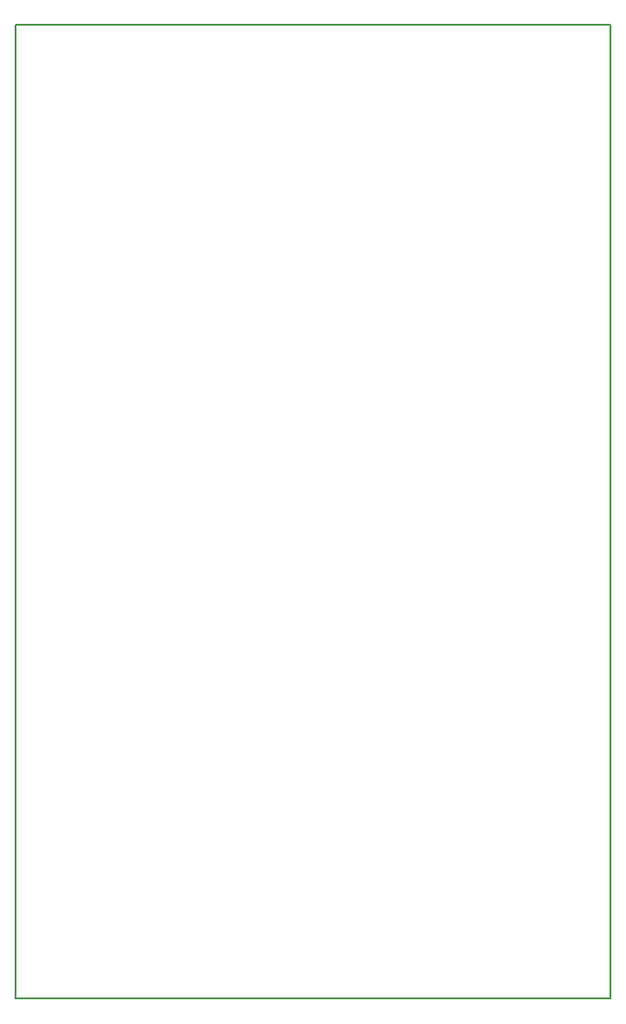
<source format=gbr>
%TF.GenerationSoftware,KiCad,Pcbnew,(5.1.6)-1*%
%TF.CreationDate,2020-11-01T11:06:06+05:30*%
%TF.ProjectId,PZYEMD011,505a5945-4d44-4303-9131-2e6b69636164,rev?*%
%TF.SameCoordinates,Original*%
%TF.FileFunction,Profile,NP*%
%FSLAX46Y46*%
G04 Gerber Fmt 4.6, Leading zero omitted, Abs format (unit mm)*
G04 Created by KiCad (PCBNEW (5.1.6)-1) date 2020-11-01 11:06:06*
%MOMM*%
%LPD*%
G01*
G04 APERTURE LIST*
%TA.AperFunction,Profile*%
%ADD10C,0.150000*%
%TD*%
G04 APERTURE END LIST*
D10*
X90000000Y-135000000D02*
X145000000Y-135000000D01*
X145000000Y-135000000D02*
X145000000Y-45000000D01*
X90000000Y-135000000D02*
X90000000Y-45000000D01*
X90000000Y-45000000D02*
X145000000Y-45000000D01*
M02*

</source>
